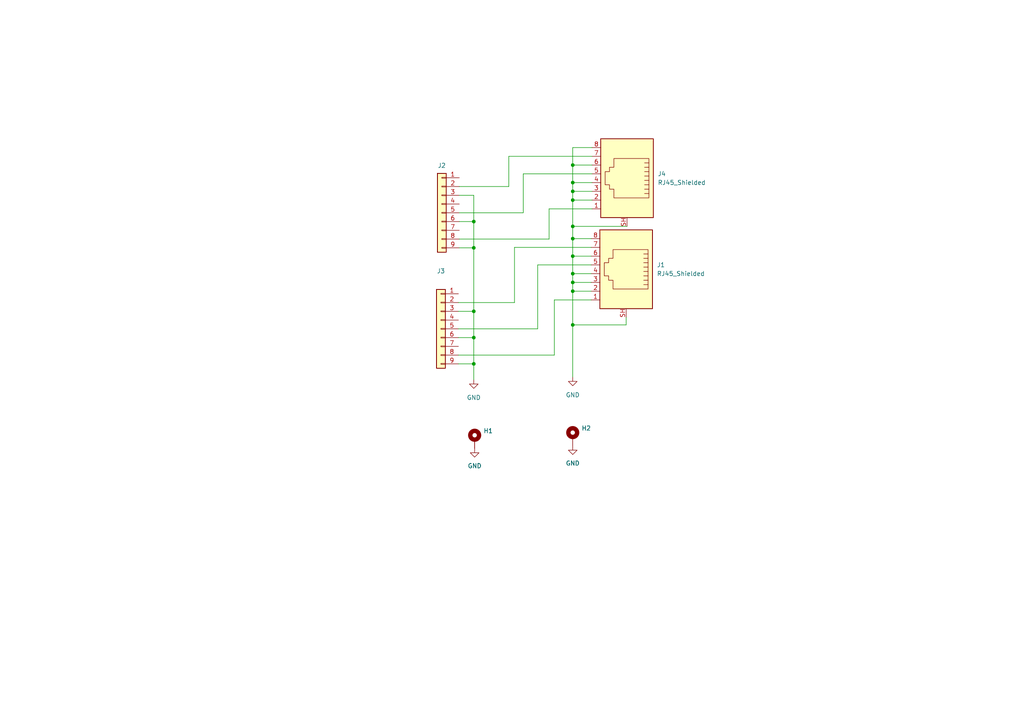
<source format=kicad_sch>
(kicad_sch (version 20230121) (generator eeschema)
  (paper "A4")
  (title_block (title "m0xpd PATCH RJ45 Board") (comment 1 "Published under CC BY-SA 4.0 License") (comment 2 "See: https://github.com/m0xpd/PATCH"))
  (lib_symbols
    (symbol "Connector:RJ45_Shielded" (pin_names (offset 1.016))
      (property "Reference" "J" (at -5.08 13.97 0))
      (property "Value" "RJ45_Shielded" (at 2.54 13.97 0))
      (symbol "RJ45_Shielded_0_1"
        (polyline (pts (xy -5.08 4.445) (xy -6.35 4.445)))
        (polyline (pts (xy -5.08 5.715) (xy -6.35 5.715)))
        (polyline (pts (xy -6.35 -3.175) (xy -5.08 -3.175) (xy -5.08 -3.175)))
        (polyline (pts (xy -6.35 -1.905) (xy -5.08 -1.905) (xy -5.08 -1.905)))
        (polyline (pts (xy -6.35 -0.635) (xy -5.08 -0.635) (xy -5.08 -0.635)))
        (polyline (pts (xy -6.35 0.635) (xy -5.08 0.635) (xy -5.08 0.635)))
        (polyline (pts (xy -6.35 1.905) (xy -5.08 1.905) (xy -5.08 1.905)))
        (polyline (pts (xy -5.08 3.175) (xy -6.35 3.175) (xy -6.35 3.175)))
        (polyline (pts (xy -6.35 -4.445) (xy -6.35 6.985) (xy 3.81 6.985) (xy 3.81 4.445) (xy 5.08 4.445) (xy 5.08 3.175) (xy 6.35 3.175) (xy 6.35 -0.635) (xy 5.08 -0.635) (xy 5.08 -1.905) (xy 3.81 -1.905) (xy 3.81 -4.445) (xy -6.35 -4.445) (xy -6.35 -4.445)))
        (rectangle (start 7.62 12.7) (end -7.62 -10.16) (stroke (width 0.254)) (fill (type background)))
      )
      (symbol "RJ45_Shielded_1_1"
        (pin passive line (at 10.16 -7.62 180) (length 2.54) (name "~") (number "1"))
        (pin passive line (at 10.16 -5.08 180) (length 2.54) (name "~") (number "2"))
        (pin passive line (at 10.16 -2.54 180) (length 2.54) (name "~") (number "3"))
        (pin passive line (at 10.16 0 180) (length 2.54) (name "~") (number "4"))
        (pin passive line (at 10.16 2.54 180) (length 2.54) (name "~") (number "5"))
        (pin passive line (at 10.16 5.08 180) (length 2.54) (name "~") (number "6"))
        (pin passive line (at 10.16 7.62 180) (length 2.54) (name "~") (number "7"))
        (pin passive line (at 10.16 10.16 180) (length 2.54) (name "~") (number "8"))
        (pin passive line (at 0 -12.7 90) (length 2.54) (name "~") (number "SH"))
      )
    )
    (symbol "Connector_Generic:Conn_01x09" (pin_names (offset 1.016) hide)
      (property "Reference" "J" (at 0 12.7 0))
      (property "Value" "Conn_01x09" (at 0 -12.7 0))
      (symbol "Conn_01x09_1_1"
        (rectangle (start -1.27 -10.033) (end 0 -10.287) (stroke (width 0.1524)))
        (rectangle (start -1.27 -7.493) (end 0 -7.747) (stroke (width 0.1524)))
        (rectangle (start -1.27 -4.953) (end 0 -5.207) (stroke (width 0.1524)))
        (rectangle (start -1.27 -2.413) (end 0 -2.667) (stroke (width 0.1524)))
        (rectangle (start -1.27 0.127) (end 0 -0.127) (stroke (width 0.1524)))
        (rectangle (start -1.27 2.667) (end 0 2.413) (stroke (width 0.1524)))
        (rectangle (start -1.27 5.207) (end 0 4.953) (stroke (width 0.1524)))
        (rectangle (start -1.27 7.747) (end 0 7.493) (stroke (width 0.1524)))
        (rectangle (start -1.27 10.287) (end 0 10.033) (stroke (width 0.1524)))
        (rectangle (start -1.27 11.43) (end 1.27 -11.43) (stroke (width 0.254)) (fill (type background)))
        (pin passive line (at -5.08 10.16 0) (length 3.81) (name "Pin_1") (number "1"))
        (pin passive line (at -5.08 7.62 0) (length 3.81) (name "Pin_2") (number "2"))
        (pin passive line (at -5.08 5.08 0) (length 3.81) (name "Pin_3") (number "3"))
        (pin passive line (at -5.08 2.54 0) (length 3.81) (name "Pin_4") (number "4"))
        (pin passive line (at -5.08 0 0) (length 3.81) (name "Pin_5") (number "5"))
        (pin passive line (at -5.08 -2.54 0) (length 3.81) (name "Pin_6") (number "6"))
        (pin passive line (at -5.08 -5.08 0) (length 3.81) (name "Pin_7") (number "7"))
        (pin passive line (at -5.08 -7.62 0) (length 3.81) (name "Pin_8") (number "8"))
        (pin passive line (at -5.08 -10.16 0) (length 3.81) (name "Pin_9") (number "9"))
      )
    )
    (symbol "Mechanical:MountingHole_Pad" (pin_numbers hide) (pin_names (offset 1.016) hide)
      (property "Reference" "H" (at 0 6.35 0))
      (property "Value" "MountingHole_Pad" (at 0 4.445 0))
      (symbol "MountingHole_Pad_0_1"
        (circle (center 0 1.27) (radius 1.27) (stroke (width 1.27)))
      )
      (symbol "MountingHole_Pad_1_1"
        (pin input line (at 0 -2.54 90) (length 2.54) (name "1") (number "1"))
      )
    )
    (symbol "power:GND" (power) (pin_names (offset 0))
      (property "Value" "GND" (at 0 -3.81 0))
      (symbol "GND_0_1"
        (polyline (pts (xy 0 0) (xy 0 -1.27) (xy 1.27 -1.27) (xy 0 -2.54) (xy -1.27 -1.27) (xy 0 -1.27)))
      )
      (symbol "GND_1_1"
        (pin power_in line (at 0 0 270) (length 0) hide (name "GND") (number "1"))
      )
    )
  )
  (junction (at 137.414 64.262))
  (junction (at 166.116 55.499))
  (junction (at 137.414 71.882))
  (junction (at 166.116 74.295))
  (junction (at 166.116 81.915))
  (junction (at 166.116 47.879))
  (junction (at 166.116 52.959))
  (junction (at 166.116 58.039))
  (junction (at 166.116 65.659))
  (junction (at 166.116 79.375))
  (junction (at 137.414 105.537))
  (junction (at 137.414 97.917))
  (junction (at 166.116 94.234))
  (junction (at 166.116 69.215))
  (junction (at 137.414 90.297))
  (junction (at 166.116 84.455))
  (wire (pts (xy 133.223 64.262) (xy 137.414 64.262)))
  (wire (pts (xy 166.116 94.234) (xy 166.116 109.347)))
  (wire (pts (xy 166.116 52.959) (xy 171.704 52.959)))
  (wire (pts (xy 132.969 102.997) (xy 160.782 102.997)))
  (wire (pts (xy 166.116 58.039) (xy 166.116 65.659)))
  (wire (pts (xy 166.116 65.659) (xy 181.864 65.659)))
  (wire (pts (xy 133.223 61.722) (xy 151.765 61.722)))
  (wire (pts (xy 149.225 71.755) (xy 149.225 87.757)))
  (wire (pts (xy 132.969 105.537) (xy 137.414 105.537)))
  (wire (pts (xy 166.116 42.799) (xy 166.116 47.879)))
  (wire (pts (xy 166.116 79.375) (xy 171.45 79.375)))
  (wire (pts (xy 132.969 95.377) (xy 155.956 95.377)))
  (wire (pts (xy 166.116 79.375) (xy 166.116 81.915)))
  (wire (pts (xy 133.223 56.642) (xy 137.414 56.642)))
  (wire (pts (xy 159.258 60.579) (xy 171.704 60.579)))
  (wire (pts (xy 181.61 92.075) (xy 181.61 94.234)))
  (wire (pts (xy 147.574 45.339) (xy 171.704 45.339)))
  (wire (pts (xy 166.116 74.295) (xy 171.45 74.295)))
  (wire (pts (xy 166.116 84.455) (xy 166.116 94.234)))
  (wire (pts (xy 166.116 58.039) (xy 171.704 58.039)))
  (wire (pts (xy 137.414 90.297) (xy 137.414 97.917)))
  (wire (pts (xy 166.116 94.234) (xy 181.61 94.234)))
  (wire (pts (xy 166.116 55.499) (xy 166.116 58.039)))
  (wire (pts (xy 166.116 65.659) (xy 166.116 69.215)))
  (wire (pts (xy 166.116 69.215) (xy 171.45 69.215)))
  (wire (pts (xy 137.414 105.537) (xy 137.414 110.109)))
  (wire (pts (xy 137.414 97.917) (xy 137.414 105.537)))
  (wire (pts (xy 160.782 86.995) (xy 171.45 86.995)))
  (wire (pts (xy 147.574 45.339) (xy 147.574 54.102)))
  (wire (pts (xy 133.223 71.882) (xy 137.414 71.882)))
  (wire (pts (xy 132.969 87.757) (xy 149.225 87.757)))
  (wire (pts (xy 171.45 71.755) (xy 149.225 71.755)))
  (wire (pts (xy 166.116 52.959) (xy 166.116 55.499)))
  (wire (pts (xy 160.782 102.997) (xy 160.782 86.995)))
  (wire (pts (xy 166.116 47.879) (xy 171.704 47.879)))
  (wire (pts (xy 151.765 50.419) (xy 171.704 50.419)))
  (wire (pts (xy 132.969 97.917) (xy 137.414 97.917)))
  (wire (pts (xy 166.116 81.915) (xy 166.116 84.455)))
  (wire (pts (xy 166.116 74.295) (xy 166.116 79.375)))
  (wire (pts (xy 159.258 69.342) (xy 159.258 60.579)))
  (wire (pts (xy 171.704 42.799) (xy 166.116 42.799)))
  (wire (pts (xy 151.765 50.419) (xy 151.765 61.722)))
  (wire (pts (xy 166.116 84.455) (xy 171.45 84.455)))
  (wire (pts (xy 137.414 71.882) (xy 137.414 90.297)))
  (wire (pts (xy 166.116 55.499) (xy 171.704 55.499)))
  (wire (pts (xy 171.45 76.835) (xy 155.956 76.835)))
  (wire (pts (xy 166.116 81.915) (xy 171.45 81.915)))
  (wire (pts (xy 133.223 54.102) (xy 147.574 54.102)))
  (wire (pts (xy 166.116 47.879) (xy 166.116 52.959)))
  (wire (pts (xy 137.414 64.262) (xy 137.414 71.882)))
  (wire (pts (xy 132.969 90.297) (xy 137.414 90.297)))
  (wire (pts (xy 133.223 69.342) (xy 159.258 69.342)))
  (wire (pts (xy 166.116 69.215) (xy 166.116 74.295)))
  (wire (pts (xy 137.414 56.642) (xy 137.414 64.262)))
  (wire (pts (xy 155.956 76.835) (xy 155.956 95.377)))
  (symbol (lib_id "Connector:RJ45_Shielded") (at 181.864 52.959 0) (mirror y) (unit 1)
    (property "Reference" "J4" (at 190.754 50.419 0) (effects (justify right)))
    (property "Value" "RJ45_Shielded" (at 190.754 52.959 0) (effects (justify right)))
    (property "Footprint" "Connector_RJ:RJ45_Ninigi_GE" (effects hide))
  )
  (symbol (lib_id "Connector:RJ45_Shielded") (at 181.61 79.375 0) (mirror y) (unit 1)
    (property "Reference" "J1" (at 190.5 76.835 0) (effects (justify right)))
    (property "Value" "RJ45_Shielded" (at 190.5 79.375 0) (effects (justify right)))
    (property "Footprint" "Connector_RJ:RJ45_Ninigi_GE" (effects hide))
  )
  (symbol (lib_id "power:GND") (at 166.116 129.286 0) (unit 1)
    (property "Reference" "#PWR03" (effects hide))
    (property "Value" "GND" (at 166.116 134.366 0))
  )
  (symbol (lib_id "Connector_Generic:Conn_01x09") (at 128.143 61.722 0) (mirror y) (unit 1)
    (property "Reference" "J2" (at 128.143 48.006 0))
    (property "Value" "Conn_01x09" (effects hide))
    (property "Footprint" "Connector_PinHeader_2.54mm:PinHeader_1x09_P2.54mm_Vertical" (effects hide))
  )
  (symbol (lib_id "power:GND") (at 137.414 110.109 0) (unit 1)
    (property "Reference" "#PWR01" (effects hide))
    (property "Value" "GND" (at 137.414 115.316 0))
  )
  (symbol (lib_id "Mechanical:MountingHole_Pad") (at 166.116 126.746 0) (unit 1)
    (property "Reference" "H2" (at 168.656 124.206 0) (effects (justify left)))
    (property "Value" "MountingHole_Pad" (effects hide))
    (property "Footprint" "MountingHole:MountingHole_3.2mm_M3_DIN965_Pad_TopBottom" (effects hide))
  )
  (symbol (lib_id "power:GND") (at 137.668 130.048 0) (unit 1)
    (property "Reference" "#PWR02" (effects hide))
    (property "Value" "GND" (at 137.668 135.128 0))
  )
  (symbol (lib_id "Connector_Generic:Conn_01x09") (at 127.889 95.377 0) (mirror y) (unit 1)
    (property "Reference" "J3" (at 127.889 78.613 0))
    (property "Value" "Conn_01x09" (effects hide))
    (property "Footprint" "Connector_PinHeader_2.54mm:PinHeader_1x09_P2.54mm_Vertical" (effects hide))
  )
  (symbol (lib_id "power:GND") (at 166.116 109.347 0) (unit 1)
    (property "Reference" "#PWR04" (effects hide))
    (property "Value" "GND" (at 166.116 114.554 0))
  )
  (symbol (lib_id "Mechanical:MountingHole_Pad") (at 137.668 127.508 0) (unit 1)
    (property "Reference" "H1" (at 140.208 124.968 0) (effects (justify left)))
    (property "Value" "MountingHole_Pad" (effects hide))
    (property "Footprint" "MountingHole:MountingHole_3.2mm_M3_DIN965_Pad_TopBottom" (effects hide))
  )
)
</source>
